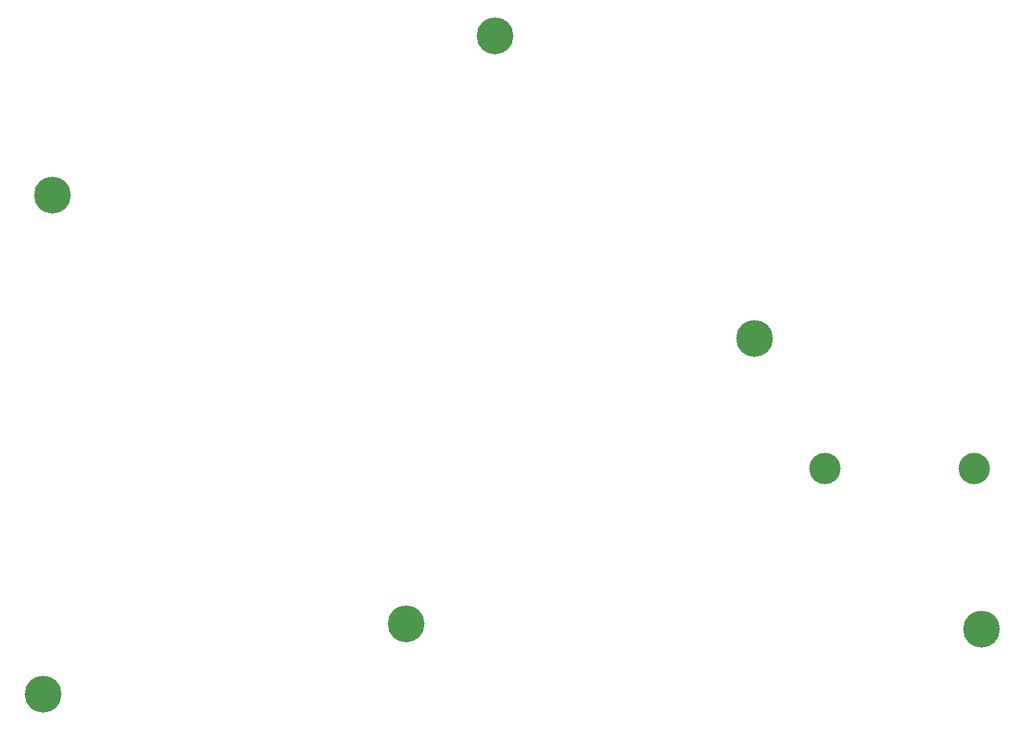
<source format=gbr>
%TF.GenerationSoftware,KiCad,Pcbnew,5.1.10-88a1d61d58~90~ubuntu20.04.1*%
%TF.CreationDate,2021-09-20T07:10:37+01:00*%
%TF.ProjectId,scrawler,73637261-776c-4657-922e-6b696361645f,rev?*%
%TF.SameCoordinates,Original*%
%TF.FileFunction,Soldermask,Bot*%
%TF.FilePolarity,Negative*%
%FSLAX46Y46*%
G04 Gerber Fmt 4.6, Leading zero omitted, Abs format (unit mm)*
G04 Created by KiCad (PCBNEW 5.1.10-88a1d61d58~90~ubuntu20.04.1) date 2021-09-20 07:10:37*
%MOMM*%
%LPD*%
G01*
G04 APERTURE LIST*
%ADD10C,4.000000*%
%ADD11C,4.700000*%
G04 APERTURE END LIST*
D10*
%TO.C,H7*%
X179070000Y-97790000D03*
%TD*%
D11*
%TO.C,H5*%
X170065700Y-81165700D03*
%TD*%
D10*
%TO.C,H8*%
X198120000Y-97790000D03*
%TD*%
D11*
%TO.C,H4*%
X199034400Y-118275100D03*
%TD*%
%TO.C,H6*%
X136994900Y-42608500D03*
%TD*%
%TO.C,H3*%
X125653800Y-117652800D03*
%TD*%
%TO.C,H2*%
X79260700Y-126593600D03*
%TD*%
%TO.C,H1*%
X80505300Y-62903100D03*
%TD*%
M02*

</source>
